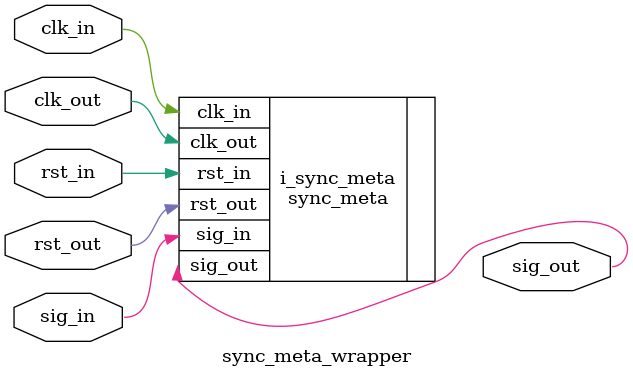
<source format=sv>
module sync_meta_wrapper
(
    input logic  clk_in,
    input logic  rst_in,
    input logic  sig_in,
    input logic  clk_out,
    input logic  rst_out,
    output logic sig_out
);

    sync_meta     #(
        .DATA_WID  ( 1 ),
        .RST_VALUE ( 1'b0 )
    ) i_sync_meta  (
        .clk_in    ( clk_in ),
        .rst_in    ( rst_in ),
        .sig_in    ( sig_in ),
        .clk_out   ( clk_out ),
        .rst_out   ( rst_out ),
        .sig_out   ( sig_out )
    );

endmodule : sync_meta_wrapper

</source>
